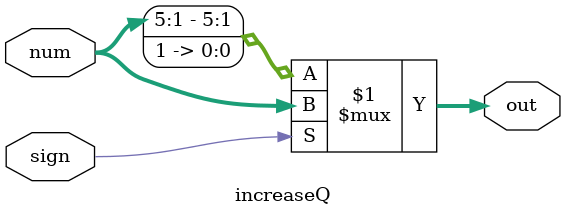
<source format=v>
`timescale 1ns/1ns
module increaseQ(input [5:0] num, input sign, output reg [5:0] out);

	assign out = sign ? num : {num[5:1], 1'b1};

endmodule

</source>
